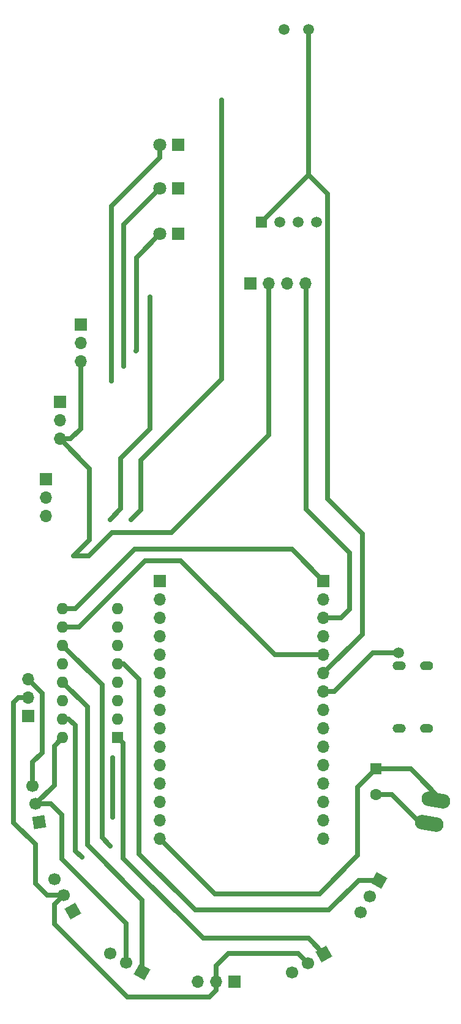
<source format=gbr>
%TF.GenerationSoftware,KiCad,Pcbnew,7.0.8*%
%TF.CreationDate,2024-08-01T15:22:41+02:00*%
%TF.ProjectId,Pflanzensensor,32303234-3036-4303-965f-50666c616e7a,rev?*%
%TF.SameCoordinates,Original*%
%TF.FileFunction,Copper,L2,Bot*%
%TF.FilePolarity,Positive*%
%FSLAX46Y46*%
G04 Gerber Fmt 4.6, Leading zero omitted, Abs format (unit mm)*
G04 Created by KiCad (PCBNEW 7.0.8) date 2024-08-01 15:22:41*
%MOMM*%
%LPD*%
G01*
G04 APERTURE LIST*
G04 Aperture macros list*
%AMRoundRect*
0 Rectangle with rounded corners*
0 $1 Rounding radius*
0 $2 $3 $4 $5 $6 $7 $8 $9 X,Y pos of 4 corners*
0 Add a 4 corners polygon primitive as box body*
4,1,4,$2,$3,$4,$5,$6,$7,$8,$9,$2,$3,0*
0 Add four circle primitives for the rounded corners*
1,1,$1+$1,$2,$3*
1,1,$1+$1,$4,$5*
1,1,$1+$1,$6,$7*
1,1,$1+$1,$8,$9*
0 Add four rect primitives between the rounded corners*
20,1,$1+$1,$2,$3,$4,$5,0*
20,1,$1+$1,$4,$5,$6,$7,0*
20,1,$1+$1,$6,$7,$8,$9,0*
20,1,$1+$1,$8,$9,$2,$3,0*%
%AMHorizOval*
0 Thick line with rounded ends*
0 $1 width*
0 $2 $3 position (X,Y) of the first rounded end (center of the circle)*
0 $4 $5 position (X,Y) of the second rounded end (center of the circle)*
0 Add line between two ends*
20,1,$1,$2,$3,$4,$5,0*
0 Add two circle primitives to create the rounded ends*
1,1,$1,$2,$3*
1,1,$1,$4,$5*%
%AMRotRect*
0 Rectangle, with rotation*
0 The origin of the aperture is its center*
0 $1 length*
0 $2 width*
0 $3 Rotation angle, in degrees counterclockwise*
0 Add horizontal line*
21,1,$1,$2,0,0,$3*%
G04 Aperture macros list end*
%TA.AperFunction,EtchedComponent*%
%ADD10C,0.010000*%
%TD*%
%TA.AperFunction,ComponentPad*%
%ADD11HorizOval,2.000000X-0.984808X0.173648X0.984808X-0.173648X0*%
%TD*%
%TA.AperFunction,ComponentPad*%
%ADD12RotRect,1.700000X1.700000X330.000000*%
%TD*%
%TA.AperFunction,ComponentPad*%
%ADD13HorizOval,1.700000X0.000000X0.000000X0.000000X0.000000X0*%
%TD*%
%TA.AperFunction,ComponentPad*%
%ADD14R,1.800000X1.800000*%
%TD*%
%TA.AperFunction,ComponentPad*%
%ADD15C,1.800000*%
%TD*%
%TA.AperFunction,ComponentPad*%
%ADD16R,1.600000X1.600000*%
%TD*%
%TA.AperFunction,ComponentPad*%
%ADD17O,1.600000X1.600000*%
%TD*%
%TA.AperFunction,ComponentPad*%
%ADD18RotRect,1.700000X1.700000X240.000000*%
%TD*%
%TA.AperFunction,ComponentPad*%
%ADD19HorizOval,1.700000X0.000000X0.000000X0.000000X0.000000X0*%
%TD*%
%TA.AperFunction,ComponentPad*%
%ADD20RotRect,1.700000X1.700000X210.000000*%
%TD*%
%TA.AperFunction,ComponentPad*%
%ADD21HorizOval,1.700000X0.000000X0.000000X0.000000X0.000000X0*%
%TD*%
%TA.AperFunction,ComponentPad*%
%ADD22O,1.600000X0.800000*%
%TD*%
%TA.AperFunction,ComponentPad*%
%ADD23R,1.500000X1.500000*%
%TD*%
%TA.AperFunction,ComponentPad*%
%ADD24C,1.500000*%
%TD*%
%TA.AperFunction,ComponentPad*%
%ADD25R,1.700000X1.700000*%
%TD*%
%TA.AperFunction,ComponentPad*%
%ADD26O,1.700000X1.700000*%
%TD*%
%TA.AperFunction,ComponentPad*%
%ADD27RotRect,1.700000X1.700000X190.000000*%
%TD*%
%TA.AperFunction,ComponentPad*%
%ADD28HorizOval,1.700000X0.000000X0.000000X0.000000X0.000000X0*%
%TD*%
%TA.AperFunction,ComponentPad*%
%ADD29RotRect,1.700000X1.700000X300.000000*%
%TD*%
%TA.AperFunction,ComponentPad*%
%ADD30HorizOval,1.700000X0.000000X0.000000X0.000000X0.000000X0*%
%TD*%
%TA.AperFunction,SMDPad,CuDef*%
%ADD31RoundRect,0.750000X0.000000X0.000000X0.000000X0.000000X0.000000X0.000000X0.000000X0.000000X0*%
%TD*%
%TA.AperFunction,ComponentPad*%
%ADD32C,1.600000*%
%TD*%
%TA.AperFunction,ViaPad*%
%ADD33C,0.700000*%
%TD*%
%TA.AperFunction,Conductor*%
%ADD34C,0.700000*%
%TD*%
G04 APERTURE END LIST*
%TO.C,Vin*%
D10*
X85989000Y-121991000D02*
X86017000Y-121993000D01*
X86046000Y-121997000D01*
X86074000Y-122002000D01*
X86102000Y-122009000D01*
X86130000Y-122017000D01*
X86157000Y-122027000D01*
X86184000Y-122038000D01*
X86210000Y-122050000D01*
X86235000Y-122064000D01*
X86260000Y-122079000D01*
X86283000Y-122095000D01*
X86306000Y-122113000D01*
X86328000Y-122131000D01*
X86349000Y-122151000D01*
X86369000Y-122172000D01*
X86387000Y-122194000D01*
X86405000Y-122217000D01*
X86421000Y-122240000D01*
X86436000Y-122265000D01*
X86450000Y-122290000D01*
X86462000Y-122316000D01*
X86473000Y-122343000D01*
X86483000Y-122370000D01*
X86491000Y-122398000D01*
X86498000Y-122426000D01*
X86503000Y-122454000D01*
X86507000Y-122483000D01*
X86509000Y-122511000D01*
X86510000Y-122540000D01*
X86509000Y-122569000D01*
X86507000Y-122597000D01*
X86503000Y-122626000D01*
X86498000Y-122654000D01*
X86491000Y-122682000D01*
X86483000Y-122710000D01*
X86473000Y-122737000D01*
X86462000Y-122764000D01*
X86450000Y-122790000D01*
X86436000Y-122815000D01*
X86421000Y-122840000D01*
X86405000Y-122863000D01*
X86387000Y-122886000D01*
X86369000Y-122908000D01*
X86349000Y-122929000D01*
X86328000Y-122949000D01*
X86306000Y-122967000D01*
X86283000Y-122985000D01*
X86260000Y-123001000D01*
X86235000Y-123016000D01*
X86210000Y-123030000D01*
X86184000Y-123042000D01*
X86157000Y-123053000D01*
X86130000Y-123063000D01*
X86102000Y-123071000D01*
X86074000Y-123078000D01*
X86046000Y-123083000D01*
X86017000Y-123087000D01*
X85989000Y-123089000D01*
X85960000Y-123090000D01*
X85360000Y-123090000D01*
X85331000Y-123089000D01*
X85303000Y-123087000D01*
X85274000Y-123083000D01*
X85246000Y-123078000D01*
X85218000Y-123071000D01*
X85190000Y-123063000D01*
X85163000Y-123053000D01*
X85136000Y-123042000D01*
X85110000Y-123030000D01*
X85085000Y-123016000D01*
X85060000Y-123001000D01*
X85037000Y-122985000D01*
X85014000Y-122967000D01*
X84992000Y-122949000D01*
X84971000Y-122929000D01*
X84951000Y-122908000D01*
X84933000Y-122886000D01*
X84915000Y-122863000D01*
X84899000Y-122840000D01*
X84884000Y-122815000D01*
X84870000Y-122790000D01*
X84858000Y-122764000D01*
X84847000Y-122737000D01*
X84837000Y-122710000D01*
X84829000Y-122682000D01*
X84822000Y-122654000D01*
X84817000Y-122626000D01*
X84813000Y-122597000D01*
X84811000Y-122569000D01*
X84810000Y-122540000D01*
X84811000Y-122511000D01*
X84813000Y-122483000D01*
X84817000Y-122454000D01*
X84822000Y-122426000D01*
X84829000Y-122398000D01*
X84837000Y-122370000D01*
X84847000Y-122343000D01*
X84858000Y-122316000D01*
X84870000Y-122290000D01*
X84884000Y-122265000D01*
X84899000Y-122240000D01*
X84915000Y-122217000D01*
X84933000Y-122194000D01*
X84951000Y-122172000D01*
X84971000Y-122151000D01*
X84992000Y-122131000D01*
X85014000Y-122113000D01*
X85037000Y-122095000D01*
X85060000Y-122079000D01*
X85085000Y-122064000D01*
X85110000Y-122050000D01*
X85136000Y-122038000D01*
X85163000Y-122027000D01*
X85190000Y-122017000D01*
X85218000Y-122009000D01*
X85246000Y-122002000D01*
X85274000Y-121997000D01*
X85303000Y-121993000D01*
X85331000Y-121991000D01*
X85360000Y-121990000D01*
X85960000Y-121990000D01*
X85989000Y-121991000D01*
%TA.AperFunction,EtchedComponent*%
G36*
X85989000Y-121991000D02*
G01*
X86017000Y-121993000D01*
X86046000Y-121997000D01*
X86074000Y-122002000D01*
X86102000Y-122009000D01*
X86130000Y-122017000D01*
X86157000Y-122027000D01*
X86184000Y-122038000D01*
X86210000Y-122050000D01*
X86235000Y-122064000D01*
X86260000Y-122079000D01*
X86283000Y-122095000D01*
X86306000Y-122113000D01*
X86328000Y-122131000D01*
X86349000Y-122151000D01*
X86369000Y-122172000D01*
X86387000Y-122194000D01*
X86405000Y-122217000D01*
X86421000Y-122240000D01*
X86436000Y-122265000D01*
X86450000Y-122290000D01*
X86462000Y-122316000D01*
X86473000Y-122343000D01*
X86483000Y-122370000D01*
X86491000Y-122398000D01*
X86498000Y-122426000D01*
X86503000Y-122454000D01*
X86507000Y-122483000D01*
X86509000Y-122511000D01*
X86510000Y-122540000D01*
X86509000Y-122569000D01*
X86507000Y-122597000D01*
X86503000Y-122626000D01*
X86498000Y-122654000D01*
X86491000Y-122682000D01*
X86483000Y-122710000D01*
X86473000Y-122737000D01*
X86462000Y-122764000D01*
X86450000Y-122790000D01*
X86436000Y-122815000D01*
X86421000Y-122840000D01*
X86405000Y-122863000D01*
X86387000Y-122886000D01*
X86369000Y-122908000D01*
X86349000Y-122929000D01*
X86328000Y-122949000D01*
X86306000Y-122967000D01*
X86283000Y-122985000D01*
X86260000Y-123001000D01*
X86235000Y-123016000D01*
X86210000Y-123030000D01*
X86184000Y-123042000D01*
X86157000Y-123053000D01*
X86130000Y-123063000D01*
X86102000Y-123071000D01*
X86074000Y-123078000D01*
X86046000Y-123083000D01*
X86017000Y-123087000D01*
X85989000Y-123089000D01*
X85960000Y-123090000D01*
X85360000Y-123090000D01*
X85331000Y-123089000D01*
X85303000Y-123087000D01*
X85274000Y-123083000D01*
X85246000Y-123078000D01*
X85218000Y-123071000D01*
X85190000Y-123063000D01*
X85163000Y-123053000D01*
X85136000Y-123042000D01*
X85110000Y-123030000D01*
X85085000Y-123016000D01*
X85060000Y-123001000D01*
X85037000Y-122985000D01*
X85014000Y-122967000D01*
X84992000Y-122949000D01*
X84971000Y-122929000D01*
X84951000Y-122908000D01*
X84933000Y-122886000D01*
X84915000Y-122863000D01*
X84899000Y-122840000D01*
X84884000Y-122815000D01*
X84870000Y-122790000D01*
X84858000Y-122764000D01*
X84847000Y-122737000D01*
X84837000Y-122710000D01*
X84829000Y-122682000D01*
X84822000Y-122654000D01*
X84817000Y-122626000D01*
X84813000Y-122597000D01*
X84811000Y-122569000D01*
X84810000Y-122540000D01*
X84811000Y-122511000D01*
X84813000Y-122483000D01*
X84817000Y-122454000D01*
X84822000Y-122426000D01*
X84829000Y-122398000D01*
X84837000Y-122370000D01*
X84847000Y-122343000D01*
X84858000Y-122316000D01*
X84870000Y-122290000D01*
X84884000Y-122265000D01*
X84899000Y-122240000D01*
X84915000Y-122217000D01*
X84933000Y-122194000D01*
X84951000Y-122172000D01*
X84971000Y-122151000D01*
X84992000Y-122131000D01*
X85014000Y-122113000D01*
X85037000Y-122095000D01*
X85060000Y-122079000D01*
X85085000Y-122064000D01*
X85110000Y-122050000D01*
X85136000Y-122038000D01*
X85163000Y-122027000D01*
X85190000Y-122017000D01*
X85218000Y-122009000D01*
X85246000Y-122002000D01*
X85274000Y-121997000D01*
X85303000Y-121993000D01*
X85331000Y-121991000D01*
X85360000Y-121990000D01*
X85960000Y-121990000D01*
X85989000Y-121991000D01*
G37*
%TD.AperFunction*%
X89789000Y-121991000D02*
X89817000Y-121993000D01*
X89846000Y-121997000D01*
X89874000Y-122002000D01*
X89902000Y-122009000D01*
X89930000Y-122017000D01*
X89957000Y-122027000D01*
X89984000Y-122038000D01*
X90010000Y-122050000D01*
X90035000Y-122064000D01*
X90060000Y-122079000D01*
X90083000Y-122095000D01*
X90106000Y-122113000D01*
X90128000Y-122131000D01*
X90149000Y-122151000D01*
X90169000Y-122172000D01*
X90187000Y-122194000D01*
X90205000Y-122217000D01*
X90221000Y-122240000D01*
X90236000Y-122265000D01*
X90250000Y-122290000D01*
X90262000Y-122316000D01*
X90273000Y-122343000D01*
X90283000Y-122370000D01*
X90291000Y-122398000D01*
X90298000Y-122426000D01*
X90303000Y-122454000D01*
X90307000Y-122483000D01*
X90309000Y-122511000D01*
X90310000Y-122540000D01*
X90309000Y-122569000D01*
X90307000Y-122597000D01*
X90303000Y-122626000D01*
X90298000Y-122654000D01*
X90291000Y-122682000D01*
X90283000Y-122710000D01*
X90273000Y-122737000D01*
X90262000Y-122764000D01*
X90250000Y-122790000D01*
X90236000Y-122815000D01*
X90221000Y-122840000D01*
X90205000Y-122863000D01*
X90187000Y-122886000D01*
X90169000Y-122908000D01*
X90149000Y-122929000D01*
X90128000Y-122949000D01*
X90106000Y-122967000D01*
X90083000Y-122985000D01*
X90060000Y-123001000D01*
X90035000Y-123016000D01*
X90010000Y-123030000D01*
X89984000Y-123042000D01*
X89957000Y-123053000D01*
X89930000Y-123063000D01*
X89902000Y-123071000D01*
X89874000Y-123078000D01*
X89846000Y-123083000D01*
X89817000Y-123087000D01*
X89789000Y-123089000D01*
X89760000Y-123090000D01*
X89160000Y-123090000D01*
X89131000Y-123089000D01*
X89103000Y-123087000D01*
X89074000Y-123083000D01*
X89046000Y-123078000D01*
X89018000Y-123071000D01*
X88990000Y-123063000D01*
X88963000Y-123053000D01*
X88936000Y-123042000D01*
X88910000Y-123030000D01*
X88885000Y-123016000D01*
X88860000Y-123001000D01*
X88837000Y-122985000D01*
X88814000Y-122967000D01*
X88792000Y-122949000D01*
X88771000Y-122929000D01*
X88751000Y-122908000D01*
X88733000Y-122886000D01*
X88715000Y-122863000D01*
X88699000Y-122840000D01*
X88684000Y-122815000D01*
X88670000Y-122790000D01*
X88658000Y-122764000D01*
X88647000Y-122737000D01*
X88637000Y-122710000D01*
X88629000Y-122682000D01*
X88622000Y-122654000D01*
X88617000Y-122626000D01*
X88613000Y-122597000D01*
X88611000Y-122569000D01*
X88610000Y-122540000D01*
X88611000Y-122511000D01*
X88613000Y-122483000D01*
X88617000Y-122454000D01*
X88622000Y-122426000D01*
X88629000Y-122398000D01*
X88637000Y-122370000D01*
X88647000Y-122343000D01*
X88658000Y-122316000D01*
X88670000Y-122290000D01*
X88684000Y-122265000D01*
X88699000Y-122240000D01*
X88715000Y-122217000D01*
X88733000Y-122194000D01*
X88751000Y-122172000D01*
X88771000Y-122151000D01*
X88792000Y-122131000D01*
X88814000Y-122113000D01*
X88837000Y-122095000D01*
X88860000Y-122079000D01*
X88885000Y-122064000D01*
X88910000Y-122050000D01*
X88936000Y-122038000D01*
X88963000Y-122027000D01*
X88990000Y-122017000D01*
X89018000Y-122009000D01*
X89046000Y-122002000D01*
X89074000Y-121997000D01*
X89103000Y-121993000D01*
X89131000Y-121991000D01*
X89160000Y-121990000D01*
X89760000Y-121990000D01*
X89789000Y-121991000D01*
%TA.AperFunction,EtchedComponent*%
G36*
X89789000Y-121991000D02*
G01*
X89817000Y-121993000D01*
X89846000Y-121997000D01*
X89874000Y-122002000D01*
X89902000Y-122009000D01*
X89930000Y-122017000D01*
X89957000Y-122027000D01*
X89984000Y-122038000D01*
X90010000Y-122050000D01*
X90035000Y-122064000D01*
X90060000Y-122079000D01*
X90083000Y-122095000D01*
X90106000Y-122113000D01*
X90128000Y-122131000D01*
X90149000Y-122151000D01*
X90169000Y-122172000D01*
X90187000Y-122194000D01*
X90205000Y-122217000D01*
X90221000Y-122240000D01*
X90236000Y-122265000D01*
X90250000Y-122290000D01*
X90262000Y-122316000D01*
X90273000Y-122343000D01*
X90283000Y-122370000D01*
X90291000Y-122398000D01*
X90298000Y-122426000D01*
X90303000Y-122454000D01*
X90307000Y-122483000D01*
X90309000Y-122511000D01*
X90310000Y-122540000D01*
X90309000Y-122569000D01*
X90307000Y-122597000D01*
X90303000Y-122626000D01*
X90298000Y-122654000D01*
X90291000Y-122682000D01*
X90283000Y-122710000D01*
X90273000Y-122737000D01*
X90262000Y-122764000D01*
X90250000Y-122790000D01*
X90236000Y-122815000D01*
X90221000Y-122840000D01*
X90205000Y-122863000D01*
X90187000Y-122886000D01*
X90169000Y-122908000D01*
X90149000Y-122929000D01*
X90128000Y-122949000D01*
X90106000Y-122967000D01*
X90083000Y-122985000D01*
X90060000Y-123001000D01*
X90035000Y-123016000D01*
X90010000Y-123030000D01*
X89984000Y-123042000D01*
X89957000Y-123053000D01*
X89930000Y-123063000D01*
X89902000Y-123071000D01*
X89874000Y-123078000D01*
X89846000Y-123083000D01*
X89817000Y-123087000D01*
X89789000Y-123089000D01*
X89760000Y-123090000D01*
X89160000Y-123090000D01*
X89131000Y-123089000D01*
X89103000Y-123087000D01*
X89074000Y-123083000D01*
X89046000Y-123078000D01*
X89018000Y-123071000D01*
X88990000Y-123063000D01*
X88963000Y-123053000D01*
X88936000Y-123042000D01*
X88910000Y-123030000D01*
X88885000Y-123016000D01*
X88860000Y-123001000D01*
X88837000Y-122985000D01*
X88814000Y-122967000D01*
X88792000Y-122949000D01*
X88771000Y-122929000D01*
X88751000Y-122908000D01*
X88733000Y-122886000D01*
X88715000Y-122863000D01*
X88699000Y-122840000D01*
X88684000Y-122815000D01*
X88670000Y-122790000D01*
X88658000Y-122764000D01*
X88647000Y-122737000D01*
X88637000Y-122710000D01*
X88629000Y-122682000D01*
X88622000Y-122654000D01*
X88617000Y-122626000D01*
X88613000Y-122597000D01*
X88611000Y-122569000D01*
X88610000Y-122540000D01*
X88611000Y-122511000D01*
X88613000Y-122483000D01*
X88617000Y-122454000D01*
X88622000Y-122426000D01*
X88629000Y-122398000D01*
X88637000Y-122370000D01*
X88647000Y-122343000D01*
X88658000Y-122316000D01*
X88670000Y-122290000D01*
X88684000Y-122265000D01*
X88699000Y-122240000D01*
X88715000Y-122217000D01*
X88733000Y-122194000D01*
X88751000Y-122172000D01*
X88771000Y-122151000D01*
X88792000Y-122131000D01*
X88814000Y-122113000D01*
X88837000Y-122095000D01*
X88860000Y-122079000D01*
X88885000Y-122064000D01*
X88910000Y-122050000D01*
X88936000Y-122038000D01*
X88963000Y-122027000D01*
X88990000Y-122017000D01*
X89018000Y-122009000D01*
X89046000Y-122002000D01*
X89074000Y-121997000D01*
X89103000Y-121993000D01*
X89131000Y-121991000D01*
X89160000Y-121990000D01*
X89760000Y-121990000D01*
X89789000Y-121991000D01*
G37*
%TD.AperFunction*%
X85989000Y-113351000D02*
X86017000Y-113353000D01*
X86046000Y-113357000D01*
X86074000Y-113362000D01*
X86102000Y-113369000D01*
X86130000Y-113377000D01*
X86157000Y-113387000D01*
X86184000Y-113398000D01*
X86210000Y-113410000D01*
X86235000Y-113424000D01*
X86260000Y-113439000D01*
X86283000Y-113455000D01*
X86306000Y-113473000D01*
X86328000Y-113491000D01*
X86349000Y-113511000D01*
X86369000Y-113532000D01*
X86387000Y-113554000D01*
X86405000Y-113577000D01*
X86421000Y-113600000D01*
X86436000Y-113625000D01*
X86450000Y-113650000D01*
X86462000Y-113676000D01*
X86473000Y-113703000D01*
X86483000Y-113730000D01*
X86491000Y-113758000D01*
X86498000Y-113786000D01*
X86503000Y-113814000D01*
X86507000Y-113843000D01*
X86509000Y-113871000D01*
X86510000Y-113900000D01*
X86509000Y-113929000D01*
X86507000Y-113957000D01*
X86503000Y-113986000D01*
X86498000Y-114014000D01*
X86491000Y-114042000D01*
X86483000Y-114070000D01*
X86473000Y-114097000D01*
X86462000Y-114124000D01*
X86450000Y-114150000D01*
X86436000Y-114175000D01*
X86421000Y-114200000D01*
X86405000Y-114223000D01*
X86387000Y-114246000D01*
X86369000Y-114268000D01*
X86349000Y-114289000D01*
X86328000Y-114309000D01*
X86306000Y-114327000D01*
X86283000Y-114345000D01*
X86260000Y-114361000D01*
X86235000Y-114376000D01*
X86210000Y-114390000D01*
X86184000Y-114402000D01*
X86157000Y-114413000D01*
X86130000Y-114423000D01*
X86102000Y-114431000D01*
X86074000Y-114438000D01*
X86046000Y-114443000D01*
X86017000Y-114447000D01*
X85989000Y-114449000D01*
X85960000Y-114450000D01*
X85360000Y-114450000D01*
X85331000Y-114449000D01*
X85303000Y-114447000D01*
X85274000Y-114443000D01*
X85246000Y-114438000D01*
X85218000Y-114431000D01*
X85190000Y-114423000D01*
X85163000Y-114413000D01*
X85136000Y-114402000D01*
X85110000Y-114390000D01*
X85085000Y-114376000D01*
X85060000Y-114361000D01*
X85037000Y-114345000D01*
X85014000Y-114327000D01*
X84992000Y-114309000D01*
X84971000Y-114289000D01*
X84951000Y-114268000D01*
X84933000Y-114246000D01*
X84915000Y-114223000D01*
X84899000Y-114200000D01*
X84884000Y-114175000D01*
X84870000Y-114150000D01*
X84858000Y-114124000D01*
X84847000Y-114097000D01*
X84837000Y-114070000D01*
X84829000Y-114042000D01*
X84822000Y-114014000D01*
X84817000Y-113986000D01*
X84813000Y-113957000D01*
X84811000Y-113929000D01*
X84810000Y-113900000D01*
X84811000Y-113871000D01*
X84813000Y-113843000D01*
X84817000Y-113814000D01*
X84822000Y-113786000D01*
X84829000Y-113758000D01*
X84837000Y-113730000D01*
X84847000Y-113703000D01*
X84858000Y-113676000D01*
X84870000Y-113650000D01*
X84884000Y-113625000D01*
X84899000Y-113600000D01*
X84915000Y-113577000D01*
X84933000Y-113554000D01*
X84951000Y-113532000D01*
X84971000Y-113511000D01*
X84992000Y-113491000D01*
X85014000Y-113473000D01*
X85037000Y-113455000D01*
X85060000Y-113439000D01*
X85085000Y-113424000D01*
X85110000Y-113410000D01*
X85136000Y-113398000D01*
X85163000Y-113387000D01*
X85190000Y-113377000D01*
X85218000Y-113369000D01*
X85246000Y-113362000D01*
X85274000Y-113357000D01*
X85303000Y-113353000D01*
X85331000Y-113351000D01*
X85360000Y-113350000D01*
X85960000Y-113350000D01*
X85989000Y-113351000D01*
%TA.AperFunction,EtchedComponent*%
G36*
X85989000Y-113351000D02*
G01*
X86017000Y-113353000D01*
X86046000Y-113357000D01*
X86074000Y-113362000D01*
X86102000Y-113369000D01*
X86130000Y-113377000D01*
X86157000Y-113387000D01*
X86184000Y-113398000D01*
X86210000Y-113410000D01*
X86235000Y-113424000D01*
X86260000Y-113439000D01*
X86283000Y-113455000D01*
X86306000Y-113473000D01*
X86328000Y-113491000D01*
X86349000Y-113511000D01*
X86369000Y-113532000D01*
X86387000Y-113554000D01*
X86405000Y-113577000D01*
X86421000Y-113600000D01*
X86436000Y-113625000D01*
X86450000Y-113650000D01*
X86462000Y-113676000D01*
X86473000Y-113703000D01*
X86483000Y-113730000D01*
X86491000Y-113758000D01*
X86498000Y-113786000D01*
X86503000Y-113814000D01*
X86507000Y-113843000D01*
X86509000Y-113871000D01*
X86510000Y-113900000D01*
X86509000Y-113929000D01*
X86507000Y-113957000D01*
X86503000Y-113986000D01*
X86498000Y-114014000D01*
X86491000Y-114042000D01*
X86483000Y-114070000D01*
X86473000Y-114097000D01*
X86462000Y-114124000D01*
X86450000Y-114150000D01*
X86436000Y-114175000D01*
X86421000Y-114200000D01*
X86405000Y-114223000D01*
X86387000Y-114246000D01*
X86369000Y-114268000D01*
X86349000Y-114289000D01*
X86328000Y-114309000D01*
X86306000Y-114327000D01*
X86283000Y-114345000D01*
X86260000Y-114361000D01*
X86235000Y-114376000D01*
X86210000Y-114390000D01*
X86184000Y-114402000D01*
X86157000Y-114413000D01*
X86130000Y-114423000D01*
X86102000Y-114431000D01*
X86074000Y-114438000D01*
X86046000Y-114443000D01*
X86017000Y-114447000D01*
X85989000Y-114449000D01*
X85960000Y-114450000D01*
X85360000Y-114450000D01*
X85331000Y-114449000D01*
X85303000Y-114447000D01*
X85274000Y-114443000D01*
X85246000Y-114438000D01*
X85218000Y-114431000D01*
X85190000Y-114423000D01*
X85163000Y-114413000D01*
X85136000Y-114402000D01*
X85110000Y-114390000D01*
X85085000Y-114376000D01*
X85060000Y-114361000D01*
X85037000Y-114345000D01*
X85014000Y-114327000D01*
X84992000Y-114309000D01*
X84971000Y-114289000D01*
X84951000Y-114268000D01*
X84933000Y-114246000D01*
X84915000Y-114223000D01*
X84899000Y-114200000D01*
X84884000Y-114175000D01*
X84870000Y-114150000D01*
X84858000Y-114124000D01*
X84847000Y-114097000D01*
X84837000Y-114070000D01*
X84829000Y-114042000D01*
X84822000Y-114014000D01*
X84817000Y-113986000D01*
X84813000Y-113957000D01*
X84811000Y-113929000D01*
X84810000Y-113900000D01*
X84811000Y-113871000D01*
X84813000Y-113843000D01*
X84817000Y-113814000D01*
X84822000Y-113786000D01*
X84829000Y-113758000D01*
X84837000Y-113730000D01*
X84847000Y-113703000D01*
X84858000Y-113676000D01*
X84870000Y-113650000D01*
X84884000Y-113625000D01*
X84899000Y-113600000D01*
X84915000Y-113577000D01*
X84933000Y-113554000D01*
X84951000Y-113532000D01*
X84971000Y-113511000D01*
X84992000Y-113491000D01*
X85014000Y-113473000D01*
X85037000Y-113455000D01*
X85060000Y-113439000D01*
X85085000Y-113424000D01*
X85110000Y-113410000D01*
X85136000Y-113398000D01*
X85163000Y-113387000D01*
X85190000Y-113377000D01*
X85218000Y-113369000D01*
X85246000Y-113362000D01*
X85274000Y-113357000D01*
X85303000Y-113353000D01*
X85331000Y-113351000D01*
X85360000Y-113350000D01*
X85960000Y-113350000D01*
X85989000Y-113351000D01*
G37*
%TD.AperFunction*%
X89789000Y-113351000D02*
X89817000Y-113353000D01*
X89846000Y-113357000D01*
X89874000Y-113362000D01*
X89902000Y-113369000D01*
X89930000Y-113377000D01*
X89957000Y-113387000D01*
X89984000Y-113398000D01*
X90010000Y-113410000D01*
X90035000Y-113424000D01*
X90060000Y-113439000D01*
X90083000Y-113455000D01*
X90106000Y-113473000D01*
X90128000Y-113491000D01*
X90149000Y-113511000D01*
X90169000Y-113532000D01*
X90187000Y-113554000D01*
X90205000Y-113577000D01*
X90221000Y-113600000D01*
X90236000Y-113625000D01*
X90250000Y-113650000D01*
X90262000Y-113676000D01*
X90273000Y-113703000D01*
X90283000Y-113730000D01*
X90291000Y-113758000D01*
X90298000Y-113786000D01*
X90303000Y-113814000D01*
X90307000Y-113843000D01*
X90309000Y-113871000D01*
X90310000Y-113900000D01*
X90309000Y-113929000D01*
X90307000Y-113957000D01*
X90303000Y-113986000D01*
X90298000Y-114014000D01*
X90291000Y-114042000D01*
X90283000Y-114070000D01*
X90273000Y-114097000D01*
X90262000Y-114124000D01*
X90250000Y-114150000D01*
X90236000Y-114175000D01*
X90221000Y-114200000D01*
X90205000Y-114223000D01*
X90187000Y-114246000D01*
X90169000Y-114268000D01*
X90149000Y-114289000D01*
X90128000Y-114309000D01*
X90106000Y-114327000D01*
X90083000Y-114345000D01*
X90060000Y-114361000D01*
X90035000Y-114376000D01*
X90010000Y-114390000D01*
X89984000Y-114402000D01*
X89957000Y-114413000D01*
X89930000Y-114423000D01*
X89902000Y-114431000D01*
X89874000Y-114438000D01*
X89846000Y-114443000D01*
X89817000Y-114447000D01*
X89789000Y-114449000D01*
X89760000Y-114450000D01*
X89160000Y-114450000D01*
X89131000Y-114449000D01*
X89103000Y-114447000D01*
X89074000Y-114443000D01*
X89046000Y-114438000D01*
X89018000Y-114431000D01*
X88990000Y-114423000D01*
X88963000Y-114413000D01*
X88936000Y-114402000D01*
X88910000Y-114390000D01*
X88885000Y-114376000D01*
X88860000Y-114361000D01*
X88837000Y-114345000D01*
X88814000Y-114327000D01*
X88792000Y-114309000D01*
X88771000Y-114289000D01*
X88751000Y-114268000D01*
X88733000Y-114246000D01*
X88715000Y-114223000D01*
X88699000Y-114200000D01*
X88684000Y-114175000D01*
X88670000Y-114150000D01*
X88658000Y-114124000D01*
X88647000Y-114097000D01*
X88637000Y-114070000D01*
X88629000Y-114042000D01*
X88622000Y-114014000D01*
X88617000Y-113986000D01*
X88613000Y-113957000D01*
X88611000Y-113929000D01*
X88610000Y-113900000D01*
X88611000Y-113871000D01*
X88613000Y-113843000D01*
X88617000Y-113814000D01*
X88622000Y-113786000D01*
X88629000Y-113758000D01*
X88637000Y-113730000D01*
X88647000Y-113703000D01*
X88658000Y-113676000D01*
X88670000Y-113650000D01*
X88684000Y-113625000D01*
X88699000Y-113600000D01*
X88715000Y-113577000D01*
X88733000Y-113554000D01*
X88751000Y-113532000D01*
X88771000Y-113511000D01*
X88792000Y-113491000D01*
X88814000Y-113473000D01*
X88837000Y-113455000D01*
X88860000Y-113439000D01*
X88885000Y-113424000D01*
X88910000Y-113410000D01*
X88936000Y-113398000D01*
X88963000Y-113387000D01*
X88990000Y-113377000D01*
X89018000Y-113369000D01*
X89046000Y-113362000D01*
X89074000Y-113357000D01*
X89103000Y-113353000D01*
X89131000Y-113351000D01*
X89160000Y-113350000D01*
X89760000Y-113350000D01*
X89789000Y-113351000D01*
%TA.AperFunction,EtchedComponent*%
G36*
X89789000Y-113351000D02*
G01*
X89817000Y-113353000D01*
X89846000Y-113357000D01*
X89874000Y-113362000D01*
X89902000Y-113369000D01*
X89930000Y-113377000D01*
X89957000Y-113387000D01*
X89984000Y-113398000D01*
X90010000Y-113410000D01*
X90035000Y-113424000D01*
X90060000Y-113439000D01*
X90083000Y-113455000D01*
X90106000Y-113473000D01*
X90128000Y-113491000D01*
X90149000Y-113511000D01*
X90169000Y-113532000D01*
X90187000Y-113554000D01*
X90205000Y-113577000D01*
X90221000Y-113600000D01*
X90236000Y-113625000D01*
X90250000Y-113650000D01*
X90262000Y-113676000D01*
X90273000Y-113703000D01*
X90283000Y-113730000D01*
X90291000Y-113758000D01*
X90298000Y-113786000D01*
X90303000Y-113814000D01*
X90307000Y-113843000D01*
X90309000Y-113871000D01*
X90310000Y-113900000D01*
X90309000Y-113929000D01*
X90307000Y-113957000D01*
X90303000Y-113986000D01*
X90298000Y-114014000D01*
X90291000Y-114042000D01*
X90283000Y-114070000D01*
X90273000Y-114097000D01*
X90262000Y-114124000D01*
X90250000Y-114150000D01*
X90236000Y-114175000D01*
X90221000Y-114200000D01*
X90205000Y-114223000D01*
X90187000Y-114246000D01*
X90169000Y-114268000D01*
X90149000Y-114289000D01*
X90128000Y-114309000D01*
X90106000Y-114327000D01*
X90083000Y-114345000D01*
X90060000Y-114361000D01*
X90035000Y-114376000D01*
X90010000Y-114390000D01*
X89984000Y-114402000D01*
X89957000Y-114413000D01*
X89930000Y-114423000D01*
X89902000Y-114431000D01*
X89874000Y-114438000D01*
X89846000Y-114443000D01*
X89817000Y-114447000D01*
X89789000Y-114449000D01*
X89760000Y-114450000D01*
X89160000Y-114450000D01*
X89131000Y-114449000D01*
X89103000Y-114447000D01*
X89074000Y-114443000D01*
X89046000Y-114438000D01*
X89018000Y-114431000D01*
X88990000Y-114423000D01*
X88963000Y-114413000D01*
X88936000Y-114402000D01*
X88910000Y-114390000D01*
X88885000Y-114376000D01*
X88860000Y-114361000D01*
X88837000Y-114345000D01*
X88814000Y-114327000D01*
X88792000Y-114309000D01*
X88771000Y-114289000D01*
X88751000Y-114268000D01*
X88733000Y-114246000D01*
X88715000Y-114223000D01*
X88699000Y-114200000D01*
X88684000Y-114175000D01*
X88670000Y-114150000D01*
X88658000Y-114124000D01*
X88647000Y-114097000D01*
X88637000Y-114070000D01*
X88629000Y-114042000D01*
X88622000Y-114014000D01*
X88617000Y-113986000D01*
X88613000Y-113957000D01*
X88611000Y-113929000D01*
X88610000Y-113900000D01*
X88611000Y-113871000D01*
X88613000Y-113843000D01*
X88617000Y-113814000D01*
X88622000Y-113786000D01*
X88629000Y-113758000D01*
X88637000Y-113730000D01*
X88647000Y-113703000D01*
X88658000Y-113676000D01*
X88670000Y-113650000D01*
X88684000Y-113625000D01*
X88699000Y-113600000D01*
X88715000Y-113577000D01*
X88733000Y-113554000D01*
X88751000Y-113532000D01*
X88771000Y-113511000D01*
X88792000Y-113491000D01*
X88814000Y-113473000D01*
X88837000Y-113455000D01*
X88860000Y-113439000D01*
X88885000Y-113424000D01*
X88910000Y-113410000D01*
X88936000Y-113398000D01*
X88963000Y-113387000D01*
X88990000Y-113377000D01*
X89018000Y-113369000D01*
X89046000Y-113362000D01*
X89074000Y-113357000D01*
X89103000Y-113353000D01*
X89131000Y-113351000D01*
X89160000Y-113350000D01*
X89760000Y-113350000D01*
X89789000Y-113351000D01*
G37*
%TD.AperFunction*%
%TD*%
D11*
%TO.P,-,1,Pin_1*%
%TO.N,Net-(-1-Pin_1)*%
X89894005Y-135640746D03*
%TD*%
D12*
%TO.P,X5,1,Pin_1*%
%TO.N,Net-(IC1-X5)*%
X82906338Y-143544456D03*
D13*
%TO.P,X5,2,Pin_2*%
%TO.N,Net-(JX3-Pin_2)*%
X81636338Y-145744161D03*
%TO.P,X5,3,Pin_3*%
%TO.N,Net-(-1-Pin_1)*%
X80366338Y-147943865D03*
%TD*%
D14*
%TO.P,LEDR1,1,K*%
%TO.N,Net-(LEDR1-K)*%
X55169005Y-42025746D03*
D15*
%TO.P,LEDR1,2,A*%
%TO.N,Net-(ESP2-D7)*%
X52629005Y-42025746D03*
%TD*%
D16*
%TO.P,IC1,1,X4*%
%TO.N,Net-(IC1-X4)*%
X46789005Y-123805746D03*
D17*
%TO.P,IC1,2,X6*%
%TO.N,Net-(IC1-X6)*%
X46789005Y-121265746D03*
%TO.P,IC1,3,X*%
%TO.N,Net-(ESP1-A0)*%
X46789005Y-118725746D03*
%TO.P,IC1,4,X7*%
%TO.N,Net-(IC1-X7)*%
X46789005Y-116185746D03*
%TO.P,IC1,5,X5*%
%TO.N,Net-(IC1-X5)*%
X46789005Y-113645746D03*
%TO.P,IC1,6,INH*%
%TO.N,Net-(DH1-GND)*%
X46789005Y-111105746D03*
%TO.P,IC1,7,VEE*%
X46789005Y-108565746D03*
%TO.P,IC1,8,VSS*%
X46789005Y-106025746D03*
%TO.P,IC1,9,C*%
%TO.N,Net-(ESP2-D0)*%
X39169005Y-106025746D03*
%TO.P,IC1,10,B*%
%TO.N,Net-(ESP2-D4)*%
X39169005Y-108565746D03*
%TO.P,IC1,11,A*%
%TO.N,Net-(ESP2-D8)*%
X39169005Y-111105746D03*
%TO.P,IC1,12,X3*%
%TO.N,Net-(IC1-X3)*%
X39169005Y-113645746D03*
%TO.P,IC1,13,X0*%
%TO.N,Net-(IC1-X0)*%
X39169005Y-116185746D03*
%TO.P,IC1,14,X1*%
%TO.N,Net-(IC1-X1)*%
X39169005Y-118725746D03*
%TO.P,IC1,15,X2*%
%TO.N,Net-(IC1-X2)*%
X39169005Y-121265746D03*
%TO.P,IC1,16,VDD*%
%TO.N,Net-(DH1-VCC)*%
X39169005Y-123805746D03*
%TD*%
D18*
%TO.P,X0,1,Pin_1*%
%TO.N,Net-(IC1-X0)*%
X50168219Y-156199385D03*
D19*
%TO.P,X0,2,Pin_2*%
%TO.N,Net-(DH1-VCC)*%
X47968514Y-154929385D03*
%TO.P,X0,3,Pin_3*%
%TO.N,Net-(-1-Pin_1)*%
X45768810Y-153659385D03*
%TD*%
D20*
%TO.P,X3,1,Pin_1*%
%TO.N,Net-(IC1-X3)*%
X40569005Y-147825746D03*
D21*
%TO.P,X3,2,Pin_2*%
%TO.N,Net-(JX3-Pin_2)*%
X39299005Y-145626041D03*
%TO.P,X3,3,Pin_3*%
%TO.N,Net-(-1-Pin_1)*%
X38029005Y-143426337D03*
%TD*%
D22*
%TO.P,Vin,S1*%
%TO.N,N/C*%
X85660000Y-122540000D03*
%TO.P,Vin,S2*%
X85660000Y-113900000D03*
%TO.P,Vin,S3*%
X89460000Y-122540000D03*
%TO.P,Vin,S4*%
X89460000Y-113900000D03*
%TD*%
D23*
%TO.P,DHT11,1,VCC*%
%TO.N,Net-(DH1-VCC)*%
X66695221Y-52675044D03*
D24*
%TO.P,DHT11,2,IO*%
%TO.N,Net-(DHT11-IO)*%
X69235221Y-52675044D03*
%TO.P,DHT11,3,NC*%
%TO.N,unconnected-(DHT11-NC-Pad3)*%
X71775221Y-52675044D03*
%TO.P,DHT11,4,GND*%
%TO.N,Net-(DHT11-GND)*%
X74315221Y-52675044D03*
%TD*%
D25*
%TO.P,X2,1,Pin_1*%
%TO.N,Net-(IC1-X2)*%
X62919005Y-157500746D03*
D26*
%TO.P,X2,2,Pin_2*%
%TO.N,Net-(JX3-Pin_2)*%
X60379005Y-157500746D03*
%TO.P,X2,3,Pin_3*%
%TO.N,Net-(-1-Pin_1)*%
X57839005Y-157500746D03*
%TD*%
D27*
%TO.P,X6,1,Pin_1*%
%TO.N,Net-(IC1-X6)*%
X35894005Y-135500746D03*
D28*
%TO.P,X6,2,Pin_2*%
%TO.N,Net-(DH1-VCC)*%
X35452939Y-132999334D03*
%TO.P,X6,3,Pin_3*%
%TO.N,Net-(-1-Pin_1)*%
X35011872Y-130497923D03*
%TD*%
D29*
%TO.P,X4,1,Pin_1*%
%TO.N,Net-(IC1-X4)*%
X75293219Y-153674385D03*
D30*
%TO.P,X4,2,Pin_2*%
%TO.N,Net-(JX3-Pin_2)*%
X73093514Y-154944385D03*
%TO.P,X4,3,Pin_3*%
%TO.N,Net-(-1-Pin_1)*%
X70893810Y-156214385D03*
%TD*%
D31*
%TO.P,gndpad,1*%
%TO.N,Net-(DHT11-GND)*%
X85610000Y-112115000D03*
%TD*%
D25*
%TO.P,SD3,1,Pin_1*%
%TO.N,Net-(ESP1-SD3)*%
X36844005Y-88200746D03*
D26*
%TO.P,SD3,2,Pin_2*%
%TO.N,Net-(DH1-GND)*%
X36844005Y-90740746D03*
%TO.P,SD3,3,Pin_3*%
%TO.N,Net-(DH1-VCC)*%
X36844005Y-93280746D03*
%TD*%
D14*
%TO.P,LEDG1,1,K*%
%TO.N,Net-(LEDG1-K)*%
X55169005Y-54325746D03*
D15*
%TO.P,LEDG1,2,A*%
%TO.N,Net-(ESP2-D5)*%
X52629005Y-54325746D03*
%TD*%
D25*
%TO.P,ESP1,1,A0*%
%TO.N,Net-(ESP1-A0)*%
X52612605Y-102250746D03*
D26*
%TO.P,ESP1,2,RSV*%
%TO.N,unconnected-(ESP1-RSV-Pad2)*%
X52612605Y-104790746D03*
%TO.P,ESP1,3,RSV*%
%TO.N,unconnected-(ESP1-RSV-Pad3)*%
X52612605Y-107330746D03*
%TO.P,ESP1,4,SD3*%
%TO.N,Net-(ESP1-SD3)*%
X52612605Y-109870746D03*
%TO.P,ESP1,5,SD2*%
%TO.N,Net-(ESP1-SD2)*%
X52612605Y-112410746D03*
%TO.P,ESP1,6,SD1*%
%TO.N,Net-(ESP1-SD1)*%
X52612605Y-114950746D03*
%TO.P,ESP1,7,CMD*%
%TO.N,unconnected-(ESP1-CMD-Pad7)*%
X52612605Y-117490746D03*
%TO.P,ESP1,8,SD0*%
%TO.N,unconnected-(ESP1-SD0-Pad8)*%
X52612605Y-120030746D03*
%TO.P,ESP1,9,CLK*%
%TO.N,unconnected-(ESP1-CLK-Pad9)*%
X52612605Y-122570746D03*
%TO.P,ESP1,10,GND*%
%TO.N,unconnected-(ESP1-GND-Pad10)*%
X52612605Y-125110746D03*
%TO.P,ESP1,11,3V3*%
%TO.N,Net-(DH1-VCC)*%
X52612605Y-127650746D03*
%TO.P,ESP1,12,EN*%
%TO.N,unconnected-(ESP1-EN-Pad12)*%
X52612605Y-130190746D03*
%TO.P,ESP1,13,RST*%
%TO.N,unconnected-(ESP1-RST-Pad13)*%
X52612605Y-132730746D03*
%TO.P,ESP1,14,GND*%
%TO.N,Net-(DH1-GND)*%
X52612605Y-135270746D03*
%TO.P,ESP1,15,Vin*%
%TO.N,Net-(+1-Pin_1)*%
X52612605Y-137810746D03*
%TD*%
D11*
%TO.P,+,1,Pin_1*%
%TO.N,Net-(+1-Pin_1)*%
X90744005Y-132440746D03*
%TD*%
D25*
%TO.P,X1,1,Pin_1*%
%TO.N,Net-(IC1-X1)*%
X34369005Y-120855746D03*
D26*
%TO.P,X1,2,Pin_2*%
%TO.N,Net-(JX3-Pin_2)*%
X34369005Y-118315746D03*
%TO.P,X1,3,Pin_3*%
%TO.N,Net-(-1-Pin_1)*%
X34369005Y-115775746D03*
%TD*%
D25*
%TO.P,ESP2,1,D0*%
%TO.N,Net-(ESP2-D0)*%
X75244005Y-102250746D03*
D26*
%TO.P,ESP2,2,D1*%
%TO.N,Net-(DH1-SCL)*%
X75244005Y-104790746D03*
%TO.P,ESP2,3,D2*%
%TO.N,Net-(DH1-SDA)*%
X75244005Y-107330746D03*
%TO.P,ESP2,4,D3*%
%TO.N,Net-(DHT11-IO)*%
X75244005Y-109870746D03*
%TO.P,ESP2,5,D4*%
%TO.N,Net-(ESP2-D4)*%
X75244005Y-112410746D03*
%TO.P,ESP2,6,GND*%
%TO.N,Net-(DH1-VCC)*%
X75244005Y-114950746D03*
%TO.P,ESP2,7,3V3*%
%TO.N,Net-(DHT11-GND)*%
X75244005Y-117490746D03*
%TO.P,ESP2,8,D5*%
%TO.N,Net-(ESP2-D5)*%
X75244005Y-120030746D03*
%TO.P,ESP2,9,D6*%
%TO.N,Net-(ESP2-D6)*%
X75244005Y-122570746D03*
%TO.P,ESP2,10,D7*%
%TO.N,Net-(ESP2-D7)*%
X75244005Y-125110746D03*
%TO.P,ESP2,11,D8*%
%TO.N,Net-(ESP2-D8)*%
X75244005Y-127650746D03*
%TO.P,ESP2,12,RX*%
%TO.N,unconnected-(ESP2-RX-Pad12)*%
X75244005Y-130190746D03*
%TO.P,ESP2,13,TX*%
%TO.N,unconnected-(ESP2-TX-Pad13)*%
X75244005Y-132730746D03*
%TO.P,ESP2,14,GND*%
%TO.N,Net-(-1-Pin_1)*%
X75244005Y-135270746D03*
%TO.P,ESP2,15,3V3*%
%TO.N,Net-(JX3-Pin_2)*%
X75244005Y-137810746D03*
%TD*%
D24*
%TO.P,PHR1,1*%
%TO.N,Net-(DH1-VCC)*%
X73144005Y-26125746D03*
%TO.P,PHR1,2*%
%TO.N,Net-(IC1-X7)*%
X69744005Y-26125746D03*
%TD*%
D14*
%TO.P,LEDY1,1,K*%
%TO.N,Net-(LEDY1-K)*%
X55169005Y-48075746D03*
D15*
%TO.P,LEDY1,2,A*%
%TO.N,Net-(ESP2-D6)*%
X52629005Y-48075746D03*
%TD*%
D25*
%TO.P,SD2,1,Pin_1*%
%TO.N,Net-(ESP1-SD2)*%
X38769005Y-77525746D03*
D26*
%TO.P,SD2,2,Pin_2*%
%TO.N,Net-(DH1-GND)*%
X38769005Y-80065746D03*
%TO.P,SD2,3,Pin_3*%
%TO.N,Net-(DH1-VCC)*%
X38769005Y-82605746D03*
%TD*%
D25*
%TO.P,SD1,1,Pin_1*%
%TO.N,Net-(ESP1-SD1)*%
X41644005Y-66835746D03*
D26*
%TO.P,SD1,2,Pin_2*%
%TO.N,Net-(DH1-GND)*%
X41644005Y-69375746D03*
%TO.P,SD1,3,Pin_3*%
%TO.N,Net-(DH1-VCC)*%
X41644005Y-71915746D03*
%TD*%
D16*
%TO.P,C1,1*%
%TO.N,Net-(+1-Pin_1)*%
X82519005Y-128175746D03*
D32*
%TO.P,C1,2*%
%TO.N,Net-(-1-Pin_1)*%
X82519005Y-131675746D03*
%TD*%
D25*
%TO.P,DH1,1,GND*%
%TO.N,Net-(DH1-GND)*%
X65116580Y-61161484D03*
D26*
%TO.P,DH1,2,VCC*%
%TO.N,Net-(DH1-VCC)*%
X67656580Y-61161484D03*
%TO.P,DH1,3,SCL*%
%TO.N,Net-(DH1-SCL)*%
X70196580Y-61161484D03*
%TO.P,DH1,4,SDA*%
%TO.N,Net-(DH1-SDA)*%
X72736580Y-61161484D03*
%TD*%
D33*
%TO.N,Net-(DH1-VCC)*%
X40694005Y-98725746D03*
%TO.N,Net-(IC1-X7)*%
X48594005Y-93800746D03*
X61119005Y-35825746D03*
%TO.N,Net-(DH1-GND)*%
X51269005Y-63050746D03*
X46069005Y-134800746D03*
X45756505Y-93745746D03*
X46069005Y-126650746D03*
%TO.N,Net-(ESP2-D8)*%
X45769005Y-138775746D03*
%TO.N,Net-(IC1-X2)*%
X41819005Y-140375746D03*
%TO.N,Net-(ESP2-D5)*%
X49329005Y-70445746D03*
%TO.N,Net-(ESP2-D7)*%
X45949005Y-74675746D03*
%TO.N,Net-(ESP2-D6)*%
X47569005Y-72635746D03*
%TD*%
D34*
%TO.N,Net-(DHT11-GND)*%
X85610000Y-112115000D02*
X85575000Y-112150000D01*
X82084751Y-112150000D02*
X76744005Y-117490746D01*
X85575000Y-112150000D02*
X82084751Y-112150000D01*
X76744005Y-117490746D02*
X75244005Y-117490746D01*
%TO.N,Net-(DH1-VCC)*%
X80624005Y-109570746D02*
X80624005Y-95730746D01*
X37994005Y-124980746D02*
X37994005Y-130458268D01*
X40264005Y-82605746D02*
X38769005Y-82605746D01*
X42894005Y-96525746D02*
X42894005Y-86730746D01*
X47968514Y-154929385D02*
X47968514Y-149500255D01*
X41644005Y-81225746D02*
X40264005Y-82605746D01*
X40694005Y-98725746D02*
X42894005Y-96525746D01*
X67656580Y-82113171D02*
X67656580Y-61161484D01*
X75764005Y-48846260D02*
X73144005Y-46226260D01*
X47968514Y-149500255D02*
X39019005Y-140550746D01*
X37994005Y-130458268D02*
X35452939Y-132999334D01*
X40694005Y-98725746D02*
X42819005Y-98725746D01*
X75764005Y-90870746D02*
X75764005Y-48846260D01*
X39019005Y-140550746D02*
X39019005Y-134475746D01*
X42894005Y-86730746D02*
X38769005Y-82605746D01*
X39019005Y-134475746D02*
X37542593Y-132999334D01*
X73144005Y-46226260D02*
X66695221Y-52675044D01*
X37542593Y-132999334D02*
X35452939Y-132999334D01*
X75244005Y-114950746D02*
X80624005Y-109570746D01*
X73144005Y-26125746D02*
X73144005Y-46226260D01*
X80624005Y-95730746D02*
X75764005Y-90870746D01*
X54219005Y-95550746D02*
X67656580Y-82113171D01*
X39169005Y-123805746D02*
X37994005Y-124980746D01*
X41644005Y-71915746D02*
X41644005Y-81225746D01*
X45994005Y-95550746D02*
X54219005Y-95550746D01*
X42819005Y-98725746D02*
X45994005Y-95550746D01*
%TO.N,Net-(IC1-X7)*%
X48594005Y-93800746D02*
X49969005Y-92425746D01*
X49969005Y-92425746D02*
X49969005Y-85550746D01*
X61119005Y-74400746D02*
X61119005Y-35825746D01*
X49969005Y-85550746D02*
X61119005Y-74400746D01*
%TO.N,Net-(DH1-GND)*%
X46069005Y-134800746D02*
X46069005Y-126650746D01*
X47219005Y-85325746D02*
X51269005Y-81275746D01*
X47219005Y-92283246D02*
X47219005Y-85325746D01*
X51269005Y-81275746D02*
X51269005Y-63050746D01*
X45756505Y-93745746D02*
X47219005Y-92283246D01*
%TO.N,Net-(-1-Pin_1)*%
X36344005Y-117750746D02*
X34369005Y-115775746D01*
X84669005Y-131675746D02*
X82519005Y-131675746D01*
X35011872Y-130497923D02*
X35011872Y-127243613D01*
X88807653Y-135814394D02*
X84669005Y-131675746D01*
X90878813Y-135814394D02*
X88807653Y-135814394D01*
X35011872Y-127243613D02*
X36344005Y-125911480D01*
X36344005Y-125911480D02*
X36344005Y-117750746D01*
%TO.N,Net-(IC1-X4)*%
X58594005Y-151550746D02*
X47544005Y-140500746D01*
X47544005Y-124560746D02*
X46789005Y-123805746D01*
X47544005Y-140500746D02*
X47544005Y-124560746D01*
X75293219Y-153674385D02*
X73169580Y-151550746D01*
X73169580Y-151550746D02*
X58594005Y-151550746D01*
%TO.N,Net-(IC1-X5)*%
X49744005Y-139875746D02*
X49744005Y-115755746D01*
X75969005Y-147650746D02*
X57519005Y-147650746D01*
X57519005Y-147650746D02*
X49744005Y-139875746D01*
X82906338Y-143544456D02*
X80075295Y-143544456D01*
X80075295Y-143544456D02*
X75969005Y-147650746D01*
X47634005Y-113645746D02*
X46789005Y-113645746D01*
X49744005Y-115755746D02*
X47634005Y-113645746D01*
%TO.N,Net-(ESP2-D0)*%
X49094005Y-97875746D02*
X70869005Y-97875746D01*
X39169005Y-106025746D02*
X40944005Y-106025746D01*
X40944005Y-106025746D02*
X49094005Y-97875746D01*
X70869005Y-97875746D02*
X75244005Y-102250746D01*
%TO.N,Net-(ESP2-D4)*%
X68479005Y-112410746D02*
X75244005Y-112410746D01*
X41454005Y-108565746D02*
X50569005Y-99450746D01*
X39169005Y-108565746D02*
X41454005Y-108565746D01*
X50569005Y-99450746D02*
X55519005Y-99450746D01*
X55519005Y-99450746D02*
X68479005Y-112410746D01*
%TO.N,Net-(ESP2-D8)*%
X44644005Y-137650746D02*
X44644005Y-116580746D01*
X45769005Y-138775746D02*
X44644005Y-137650746D01*
X44644005Y-116580746D02*
X39169005Y-111105746D01*
%TO.N,Net-(IC1-X0)*%
X42619005Y-138675746D02*
X50168219Y-146224960D01*
X50168219Y-146224960D02*
X50168219Y-156199385D01*
X42619005Y-119635746D02*
X42619005Y-138675746D01*
X39169005Y-116185746D02*
X42619005Y-119635746D01*
%TO.N,Net-(IC1-X2)*%
X40919005Y-139475746D02*
X40919005Y-122170746D01*
X40919005Y-122170746D02*
X40014005Y-121265746D01*
X40014005Y-121265746D02*
X39169005Y-121265746D01*
X41819005Y-140375746D02*
X40919005Y-139475746D01*
%TO.N,Net-(ESP2-D5)*%
X49369005Y-70405746D02*
X49369005Y-57585746D01*
X49329005Y-70445746D02*
X49369005Y-70405746D01*
X49369005Y-57585746D02*
X52629005Y-54325746D01*
%TO.N,Net-(ESP2-D7)*%
X45949005Y-74675746D02*
X45894005Y-74620746D01*
X45894005Y-74620746D02*
X45894005Y-50525746D01*
X45894005Y-50525746D02*
X52629005Y-43790746D01*
X52629005Y-43790746D02*
X52629005Y-42025746D01*
%TO.N,Net-(ESP2-D6)*%
X47569005Y-72635746D02*
X47619005Y-72585746D01*
X47619005Y-53085746D02*
X52629005Y-48075746D01*
X47619005Y-72585746D02*
X47619005Y-53085746D01*
%TO.N,Net-(+1-Pin_1)*%
X79969005Y-130725746D02*
X82519005Y-128175746D01*
X79969005Y-140100746D02*
X79969005Y-130725746D01*
X52612605Y-137810746D02*
X60202605Y-145400746D01*
X91728813Y-132614394D02*
X87290165Y-128175746D01*
X74669005Y-145400746D02*
X79969005Y-140100746D01*
X60202605Y-145400746D02*
X74669005Y-145400746D01*
X87290165Y-128175746D02*
X82519005Y-128175746D01*
%TO.N,Net-(DH1-SDA)*%
X78819005Y-98300746D02*
X72819005Y-92300746D01*
X72819005Y-92300746D02*
X72819005Y-61243909D01*
X75244005Y-107330746D02*
X77639005Y-107330746D01*
X72819005Y-61243909D02*
X72736580Y-61161484D01*
X77639005Y-107330746D02*
X78819005Y-106150746D01*
X78819005Y-106150746D02*
X78819005Y-98300746D01*
%TO.N,Net-(JX3-Pin_2)*%
X48094005Y-159650746D02*
X59444005Y-159650746D01*
X60379005Y-157500746D02*
X60379005Y-155365746D01*
X32369005Y-119000746D02*
X32369005Y-135575746D01*
X38044005Y-149600746D02*
X48094005Y-159650746D01*
X62119005Y-153625746D02*
X71774875Y-153625746D01*
X37019300Y-145626041D02*
X39299005Y-145626041D01*
X32369005Y-135575746D02*
X35369005Y-138575746D01*
X34369005Y-118315746D02*
X33054005Y-118315746D01*
X71774875Y-153625746D02*
X73093514Y-154944385D01*
X60379005Y-155365746D02*
X62119005Y-153625746D01*
X38044005Y-146881041D02*
X38044005Y-149600746D01*
X39299005Y-145626041D02*
X38044005Y-146881041D01*
X60379005Y-158715746D02*
X60379005Y-157500746D01*
X35369005Y-143975746D02*
X37019300Y-145626041D01*
X59444005Y-159650746D02*
X60379005Y-158715746D01*
X35369005Y-138575746D02*
X35369005Y-143975746D01*
X33054005Y-118315746D02*
X32369005Y-119000746D01*
%TD*%
M02*

</source>
